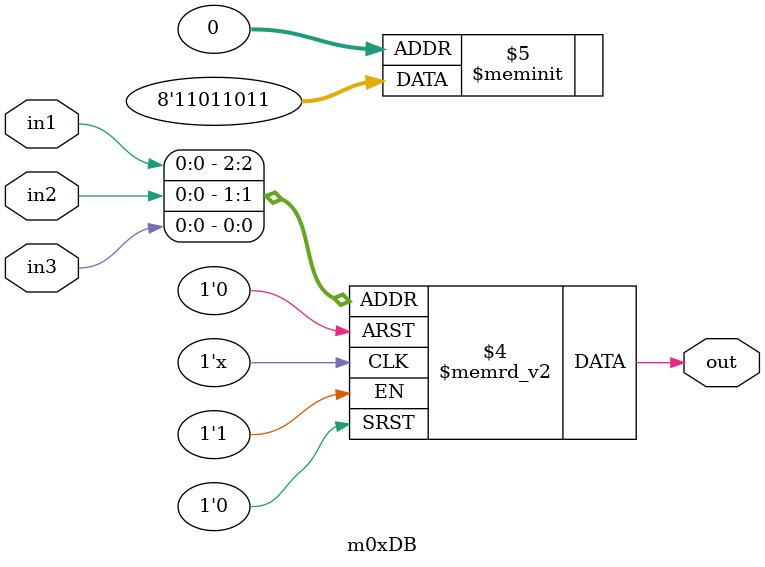
<source format=v>
module m0xDB(output out, input in1, in2, in3);

   always @(in1, in2, in3)
     begin
        case({in1, in2, in3})
          3'b000: {out} = 1'b1;
          3'b001: {out} = 1'b1;
          3'b010: {out} = 1'b0;
          3'b011: {out} = 1'b1;
          3'b100: {out} = 1'b1;
          3'b101: {out} = 1'b0;
          3'b110: {out} = 1'b1;
          3'b111: {out} = 1'b1;
        endcase // case ({in1, in2, in3})
     end // always @ (in1, in2, in3)

endmodule // m0xDB
</source>
